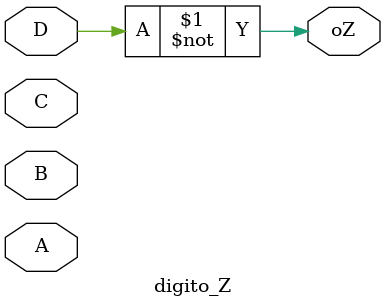
<source format=v>
module digito_Z (
    input A, input B, input C, input D, output oZ
);
    assign oZ = ~D;

endmodule
</source>
